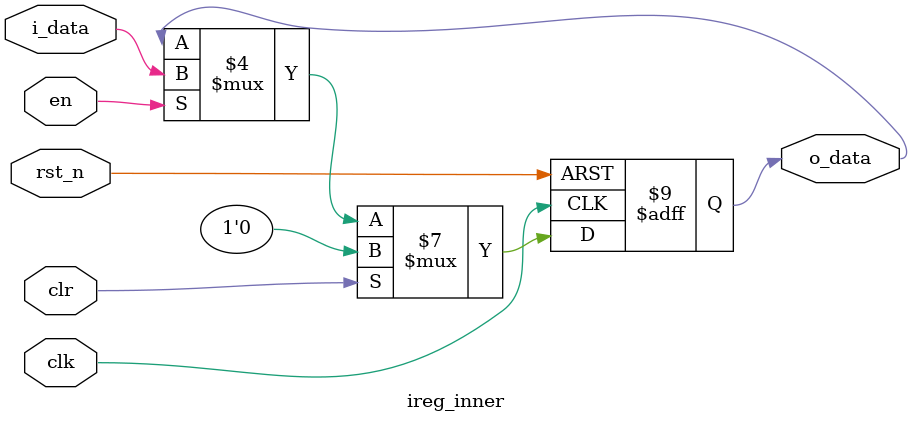
<source format=sv>
module ireg_inner #(
    parameter WIDTH=1
) (
    input logic clk,
    input logic rst_n,
    input logic en,
    input logic clr,
    input logic signed [WIDTH-1 : 0] i_data,
    output logic signed [WIDTH-1 : 0] o_data
);

    // this module is the horizontal buffer for control and data signals
    always_ff @(posedge clk or negedge rst_n) begin : ireg_inner
        if (~rst_n) begin
            o_data <= 0;
        end else begin
            if (clr) begin
                o_data <= 0;
            end else begin
                if (en) begin
                    o_data <= i_data;
                end else begin
                    o_data <= o_data;
                end
            end
        end
    end

endmodule
</source>
